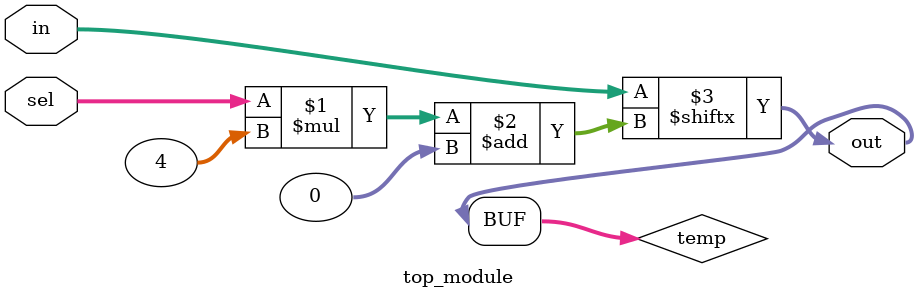
<source format=sv>
module top_module (
    input [1023:0] in,
    input [7:0] sel,
    output [3:0] out
);

wire [3:0] temp;

assign temp = in[sel*4 +: 4];

assign out = temp;

endmodule

</source>
